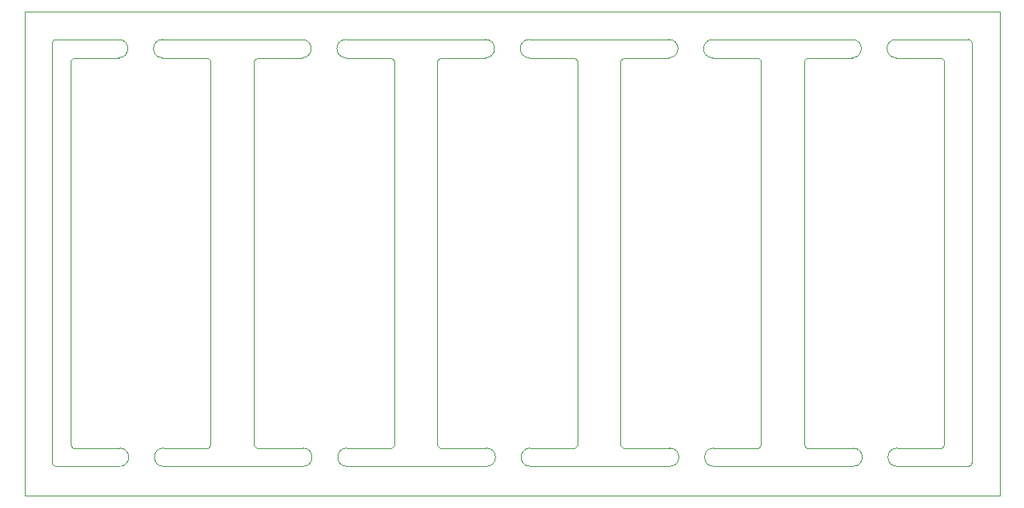
<source format=gbr>
G04 #@! TF.GenerationSoftware,KiCad,Pcbnew,(5.1.4)-1*
G04 #@! TF.CreationDate,2023-01-28T22:22:51+01:00*
G04 #@! TF.ProjectId,REG1-Front-Universal - Kopie,52454731-2d46-4726-9f6e-742d556e6976,V00.01*
G04 #@! TF.SameCoordinates,Original*
G04 #@! TF.FileFunction,Profile,NP*
%FSLAX46Y46*%
G04 Gerber Fmt 4.6, Leading zero omitted, Abs format (unit mm)*
G04 Created by KiCad (PCBNEW (5.1.4)-1) date 2023-01-28 22:22:51*
%MOMM*%
%LPD*%
G04 APERTURE LIST*
%ADD10C,0.050000*%
G04 APERTURE END LIST*
D10*
X199540000Y-157200000D02*
X93200000Y-157200000D01*
X93200000Y-104400000D02*
X199540000Y-104400000D01*
X188350000Y-154000000D02*
X196140000Y-154000000D01*
X188250000Y-107400000D02*
X196140000Y-107400000D01*
X199540000Y-104400000D02*
X199540000Y-157200000D01*
X196140000Y-107400000D02*
G75*
G02X196540000Y-107800000I0J-400000D01*
G01*
X196540000Y-107800000D02*
X196540000Y-153600000D01*
X196540000Y-153600000D02*
G75*
G02X196140000Y-154000000I-400000J0D01*
G01*
X188250000Y-109400000D02*
X193200000Y-109400000D01*
X168250000Y-109400000D02*
X173200000Y-109400000D01*
X148250000Y-109400000D02*
X153200000Y-109400000D01*
X128250000Y-109400000D02*
X133200000Y-109400000D01*
X183450000Y-107400000D02*
X168250000Y-107400000D01*
X163450000Y-107400000D02*
X148250000Y-107400000D01*
X143450000Y-107400000D02*
X128250000Y-107400000D01*
X123450000Y-107400000D02*
X108250000Y-107400000D01*
X193500000Y-109700000D02*
X193500000Y-151700000D01*
X173500000Y-109700000D02*
X173500000Y-151700000D01*
X153500000Y-109700000D02*
X153500000Y-151700000D01*
X133500000Y-109700000D02*
X133500000Y-151700000D01*
X178500000Y-109400000D02*
X183450000Y-109400000D01*
X158500000Y-109400000D02*
X163450000Y-109400000D01*
X138500000Y-109400000D02*
X143450000Y-109400000D01*
X118500000Y-109400000D02*
X123450000Y-109400000D01*
X193500000Y-151700000D02*
X193200000Y-152000000D01*
X173500000Y-151700000D02*
X173200000Y-152000000D01*
X153500000Y-151700000D02*
X153200000Y-152000000D01*
X133500000Y-151700000D02*
X133200000Y-152000000D01*
X188250000Y-109400000D02*
G75*
G02X188250000Y-107400000I0J1000000D01*
G01*
X168250000Y-109400000D02*
G75*
G02X168250000Y-107400000I0J1000000D01*
G01*
X148250000Y-109400000D02*
G75*
G02X148250000Y-107400000I0J1000000D01*
G01*
X128250000Y-109400000D02*
G75*
G02X128250000Y-107400000I0J1000000D01*
G01*
X183450000Y-107400000D02*
G75*
G02X183450000Y-109400000I0J-1000000D01*
G01*
X163450000Y-107400000D02*
G75*
G02X163450000Y-109400000I0J-1000000D01*
G01*
X143450000Y-107400000D02*
G75*
G02X143450000Y-109400000I0J-1000000D01*
G01*
X123450000Y-107400000D02*
G75*
G02X123450000Y-109400000I0J-1000000D01*
G01*
X178200000Y-151700000D02*
X178500000Y-152000000D01*
X158200000Y-151700000D02*
X158500000Y-152000000D01*
X138200000Y-151700000D02*
X138500000Y-152000000D01*
X118200000Y-151700000D02*
X118500000Y-152000000D01*
X178200000Y-151700000D02*
X178200000Y-109700000D01*
X158200000Y-151700000D02*
X158200000Y-109700000D01*
X138200000Y-151700000D02*
X138200000Y-109700000D01*
X118200000Y-151700000D02*
X118200000Y-109700000D01*
X178500000Y-109400000D02*
X178200000Y-109700000D01*
X158500000Y-109400000D02*
X158200000Y-109700000D01*
X138500000Y-109400000D02*
X138200000Y-109700000D01*
X118500000Y-109400000D02*
X118200000Y-109700000D01*
X193200000Y-109400000D02*
X193500000Y-109700000D01*
X173200000Y-109400000D02*
X173500000Y-109700000D01*
X153200000Y-109400000D02*
X153500000Y-109700000D01*
X133200000Y-109400000D02*
X133500000Y-109700000D01*
X188350000Y-154000000D02*
G75*
G02X188350000Y-152000000I0J1000000D01*
G01*
X168350000Y-154000000D02*
G75*
G02X168350000Y-152000000I0J1000000D01*
G01*
X148350000Y-154000000D02*
G75*
G02X148350000Y-152000000I0J1000000D01*
G01*
X128350000Y-154000000D02*
G75*
G02X128350000Y-152000000I0J1000000D01*
G01*
X183550000Y-152000000D02*
G75*
G02X183550000Y-154000000I0J-1000000D01*
G01*
X163550000Y-152000000D02*
G75*
G02X163550000Y-154000000I0J-1000000D01*
G01*
X143550000Y-152000000D02*
G75*
G02X143550000Y-154000000I0J-1000000D01*
G01*
X123550000Y-152000000D02*
G75*
G02X123550000Y-154000000I0J-1000000D01*
G01*
X168350000Y-154000000D02*
X183550000Y-154000000D01*
X148350000Y-154000000D02*
X163550000Y-154000000D01*
X128350000Y-154000000D02*
X143550000Y-154000000D01*
X108350000Y-154000000D02*
X123550000Y-154000000D01*
X193200000Y-152000000D02*
X188350000Y-152000000D01*
X173200000Y-152000000D02*
X168350000Y-152000000D01*
X153200000Y-152000000D02*
X148350000Y-152000000D01*
X133200000Y-152000000D02*
X128350000Y-152000000D01*
X183550000Y-152000000D02*
X178500000Y-152000000D01*
X163550000Y-152000000D02*
X158500000Y-152000000D01*
X143550000Y-152000000D02*
X138500000Y-152000000D01*
X123550000Y-152000000D02*
X118500000Y-152000000D01*
X103550000Y-152000000D02*
G75*
G02X103550000Y-154000000I0J-1000000D01*
G01*
X96600000Y-154000000D02*
X103550000Y-154000000D01*
X103550000Y-152000000D02*
X98500000Y-152000000D01*
X108350000Y-154000000D02*
G75*
G02X108350000Y-152000000I0J1000000D01*
G01*
X113200000Y-152000000D02*
X108350000Y-152000000D01*
X108250000Y-109400000D02*
X113200000Y-109400000D01*
X108250000Y-109400000D02*
G75*
G02X108250000Y-107400000I0J1000000D01*
G01*
X103450000Y-107400000D02*
G75*
G02X103450000Y-109400000I0J-1000000D01*
G01*
X93200000Y-157200000D02*
X93200000Y-104400000D01*
X96600000Y-154000000D02*
G75*
G02X96200000Y-153600000I0J400000D01*
G01*
X96200000Y-107800000D02*
G75*
G02X96600000Y-107400000I400000J0D01*
G01*
X96200000Y-153600000D02*
X96200000Y-107800000D01*
X103450000Y-107400000D02*
X96600000Y-107400000D01*
X98200000Y-151700000D02*
X98500000Y-152000000D01*
X113500000Y-151700000D02*
X113200000Y-152000000D01*
X113200000Y-109400000D02*
X113500000Y-109700000D01*
X98500000Y-109400000D02*
X98200000Y-109700000D01*
X98200000Y-151700000D02*
X98200000Y-109700000D01*
X113500000Y-109700000D02*
X113500000Y-151700000D01*
X98500000Y-109400000D02*
X103450000Y-109400000D01*
M02*

</source>
